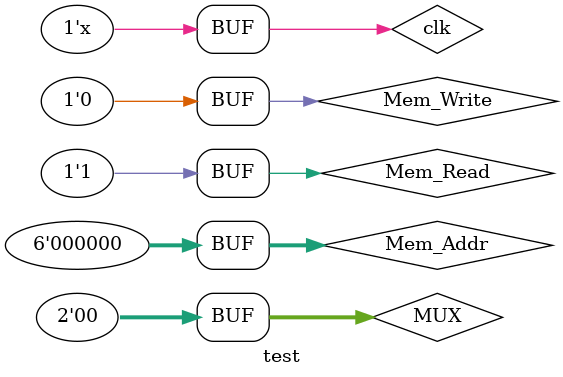
<source format=v>
`timescale 1ns / 1ps


module test;

	// Inputs
	reg [5:0] Mem_Addr;
	reg [1:0] MUX;
	reg Mem_Write;
	reg Mem_Read;
	reg clk;

	// Outputs
	wire [7:0] LED;

	// Instantiate the Unit Under Test (UUT)
	RAM uut (
		.Mem_Addr(Mem_Addr), 
		.MUX(MUX), 
		.Mem_Write(Mem_Write), 
		.Mem_Read(Mem_Read), 
		.clk(clk), 
		.LED(LED)
	);
	always #20 clk = ~clk;
	initial begin
		// Initialize Inputs
		Mem_Addr = 0;
		MUX = 0;
		Mem_Write = 1;
		Mem_Read = 0;
		clk = 0;

		// Wait 100 ns for global reset to finish
		#100;
      Mem_Addr = 0;
		MUX = 0;
		Mem_Write = 0;
		Mem_Read = 1;  
		// Add stimulus here

	end
      
endmodule


</source>
